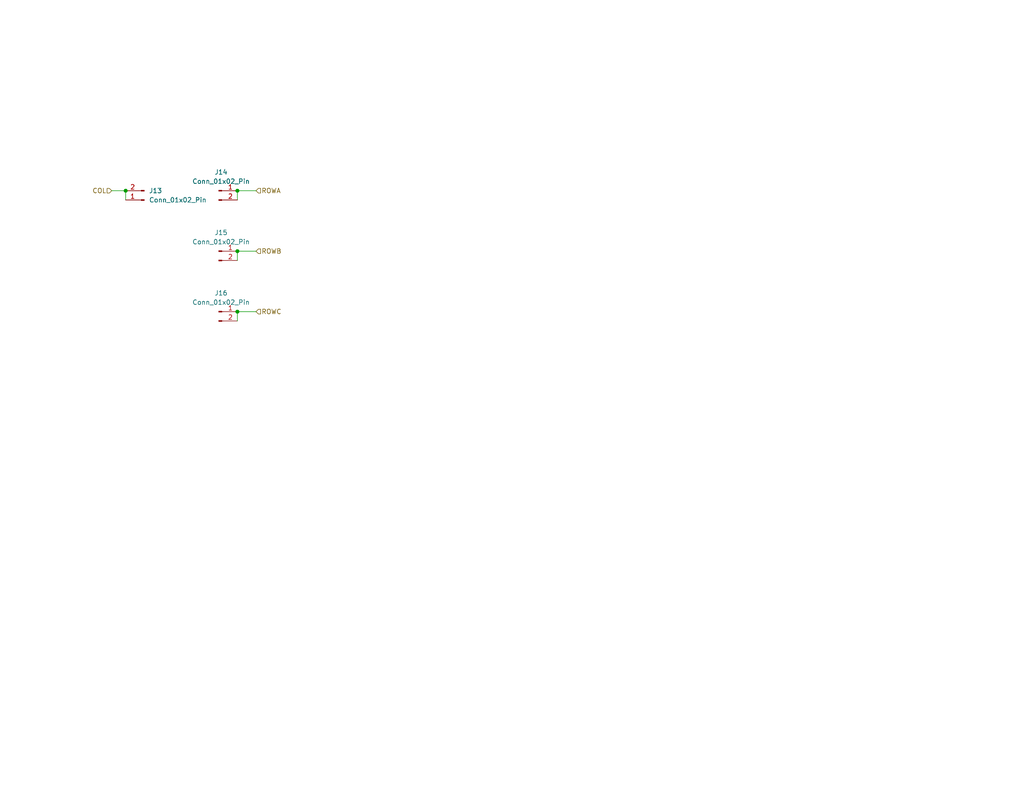
<source format=kicad_sch>
(kicad_sch (version 20231120) (generator "eeschema") (generator_version "8.0")
  (paper "A")
  (title_block (title "Jolt 3 - Left"))
  (lib_symbols
    (symbol "Connector:Conn_01x02_Pin" (pin_names (offset 1.016) hide)
      (property "Reference" "J" (at 0 2.54 0))
      (property "Value" "Conn_01x02_Pin" (at 0 -5.08 0))
      (symbol "Conn_01x02_Pin_1_1"
        (polyline (pts (xy 1.27 -2.54) (xy 0.8636 -2.54)) (stroke (width 0.1524)))
        (polyline (pts (xy 1.27 0) (xy 0.8636 0)) (stroke (width 0.1524)))
        (rectangle (start 0.8636 -2.413) (end 0 -2.667) (stroke (width 0.1524)) (fill (type outline)))
        (rectangle (start 0.8636 0.127) (end 0 -0.127) (stroke (width 0.1524)) (fill (type outline)))
        (pin passive line (at 5.08 0 180) (length 3.81) (name "Pin_1") (number "1"))
        (pin passive line (at 5.08 -2.54 180) (length 3.81) (name "Pin_2") (number "2"))
      )
    )
  )
  (junction (at 64.77 68.58))
  (junction (at 64.77 52.07))
  (junction (at 64.77 85.09))
  (junction (at 34.29 52.07))
  (wire (pts (xy 30.48 52.07) (xy 34.29 52.07)))
  (wire (pts (xy 64.77 68.58) (xy 69.85 68.58)))
  (wire (pts (xy 64.77 85.09) (xy 64.77 87.63)))
  (wire (pts (xy 64.77 68.58) (xy 64.77 71.12)))
  (wire (pts (xy 64.77 52.07) (xy 69.85 52.07)))
  (wire (pts (xy 34.29 52.07) (xy 34.29 54.61)))
  (wire (pts (xy 64.77 85.09) (xy 69.85 85.09)))
  (wire (pts (xy 64.77 52.07) (xy 64.77 54.61)))
  (hierarchical_label "ROWC" (shape input) (at 69.85 85.09 0))
  (hierarchical_label "COL" (shape input) (at 30.48 52.07 180))
  (hierarchical_label "ROWB" (shape input) (at 69.85 68.58 0))
  (hierarchical_label "ROWA" (shape input) (at 69.85 52.07 0))
  (symbol (lib_id "Connector:Conn_01x02_Pin") (at 59.69 68.58 0) (unit 1)
    (property "Reference" "J15" (at 60.325 63.5 0))
    (property "Value" "Conn_01x02_Pin" (at 60.325 66.04 0))
    (property "Footprint" "Connector_PinHeader_2.54mm:PinHeader_1x02_P2.54mm_Vertical" (effects (hide yes)))
    (property "Description" "Generic connector, single row, 01x02, script generated" (effects (hide yes)))
    (instances (project "" (path "" (reference "J15") (unit 1)) (path "" (reference "J3") (unit 1)) (path "" (reference "J7") (unit 1)) (path "" (reference "J11") (unit 1)) (path "" (reference "J23") (unit 1)) (path "" (reference "J19") (unit 1)) (path "" (reference "J27") (unit 1))))
  )
  (symbol (lib_id "Connector:Conn_01x02_Pin") (at 59.69 52.07 0) (unit 1)
    (property "Reference" "J14" (at 60.325 46.99 0))
    (property "Value" "Conn_01x02_Pin" (at 60.325 49.53 0))
    (property "Footprint" "Connector_PinHeader_2.54mm:PinHeader_1x02_P2.54mm_Vertical" (effects (hide yes)))
    (property "Description" "Generic connector, single row, 01x02, script generated" (effects (hide yes)))
    (instances (project "" (path "" (reference "J14") (unit 1)) (path "" (reference "J2") (unit 1)) (path "" (reference "J6") (unit 1)) (path "" (reference "J10") (unit 1)) (path "" (reference "J22") (unit 1)) (path "" (reference "J18") (unit 1)) (path "" (reference "J26") (unit 1))))
  )
  (symbol (lib_id "Connector:Conn_01x02_Pin") (at 59.69 85.09 0) (unit 1)
    (property "Reference" "J16" (at 60.325 80.01 0))
    (property "Value" "Conn_01x02_Pin" (at 60.325 82.55 0))
    (property "Footprint" "Connector_PinHeader_2.54mm:PinHeader_1x02_P2.54mm_Vertical" (effects (hide yes)))
    (property "Description" "Generic connector, single row, 01x02, script generated" (effects (hide yes)))
    (instances (project "" (path "" (reference "J16") (unit 1)) (path "" (reference "J4") (unit 1)) (path "" (reference "J8") (unit 1)) (path "" (reference "J12") (unit 1)) (path "" (reference "J24") (unit 1)) (path "" (reference "J20") (unit 1)) (path "" (reference "J28") (unit 1))))
  )
  (symbol (lib_id "Connector:Conn_01x02_Pin") (at 39.37 54.61 180) (unit 1)
    (property "Reference" "J13" (at 40.64 52.0699 0) (effects (justify right)))
    (property "Value" "Conn_01x02_Pin" (at 40.64 54.6099 0) (effects (justify right)))
    (property "Footprint" "Connector_PinHeader_2.54mm:PinHeader_1x02_P2.54mm_Vertical" (effects (hide yes)))
    (property "Description" "Generic connector, single row, 01x02, script generated" (effects (hide yes)))
    (instances (project "" (path "" (reference "J13") (unit 1)) (path "" (reference "J1") (unit 1)) (path "" (reference "J5") (unit 1)) (path "" (reference "J9") (unit 1)) (path "" (reference "J21") (unit 1)) (path "" (reference "J17") (unit 1)) (path "" (reference "J25") (unit 1))))
  )
)
</source>
